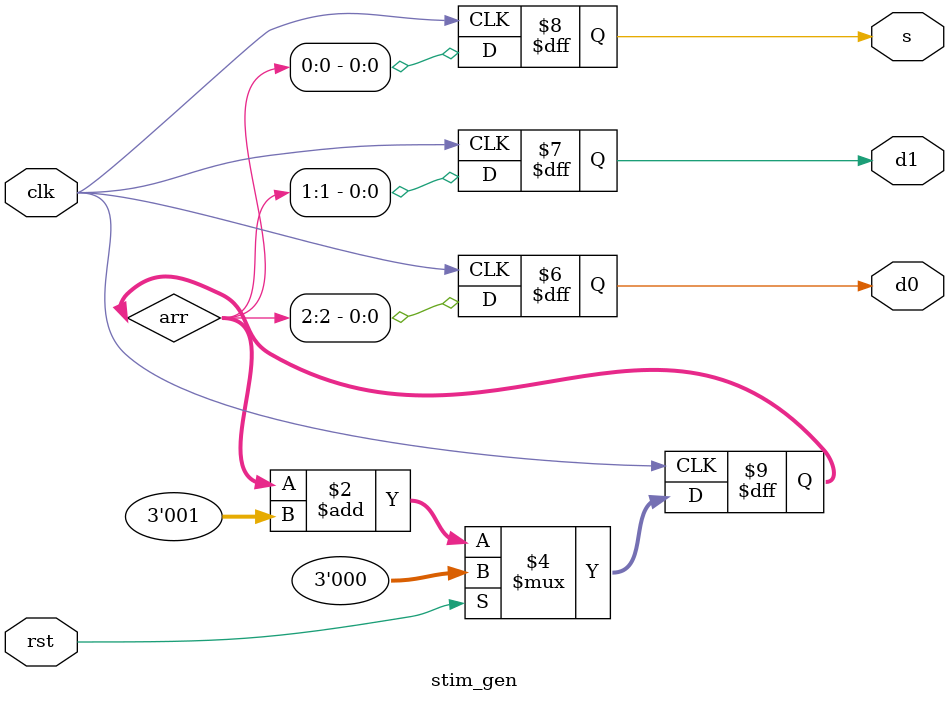
<source format=v>
module stim_gen(
  input wire clk,
  input wire rst,
  output reg d0,
  output reg d1,
  output reg s
);

    reg [2:0] arr;
        
    always @(posedge clk) begin
        if (rst) begin
            arr <= 3'b000;
        end else begin
            arr <= arr + 3'b001;
        end

        {d0, d1, s} <= arr;
    end

endmodule
</source>
